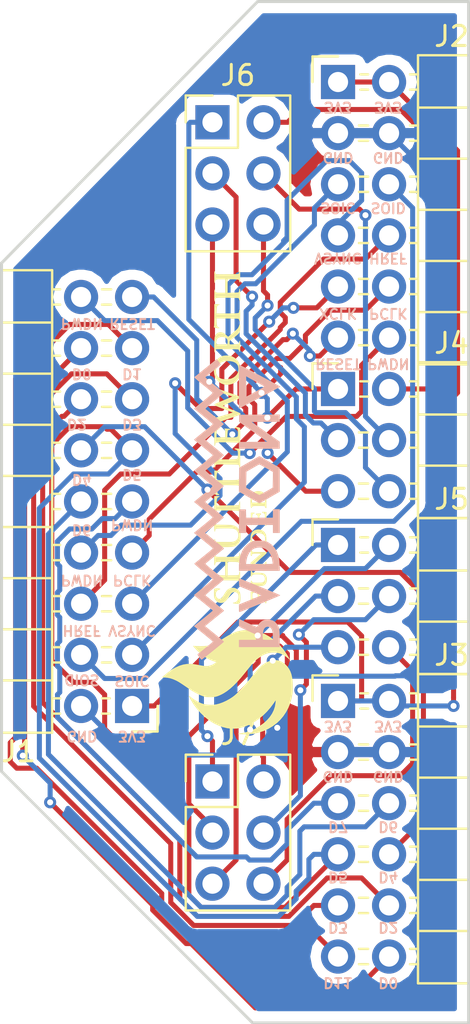
<source format=kicad_pcb>
(kicad_pcb (version 20171130) (host pcbnew "(5.0.0-rc2-164-ga99eeb44d)")
  (layers (0 F.Cu signal hide) (31 B.Cu signal hide) (34 B.Paste user hide) (35 F.Paste user hide) (36 B.SilkS user) (37 F.SilkS user) (38 B.Mask user) (39 F.Mask user) (44 Edge.Cuts user))
  (net 0 "")
  (net 1 3V3)
  (net 2 GND)
  (net 3 SIOC)
  (net 4 SIOD)
  (net 5 VSYNC)
  (net 6 HREF)
  (net 7 PCLK)
  (net 8 XCLK)
  (net 9 D7)
  (net 10 D6)
  (net 11 D5)
  (net 12 D4)
  (net 13 D3)
  (net 14 D2)
  (net 15 D1)
  (net 16 D0)
  (net 17 RESET)
  (net 18 PWDN)
  (net 19 "Net-(J4-Pad1)")
  (net 20 "Net-(J4-Pad2)")
  (net 21 "Net-(J4-Pad3)")
  (net 22 "Net-(J4-Pad4)")
  (net 23 "Net-(J4-Pad5)")
  (net 24 "Net-(J4-Pad6)")
  (net 25 "Net-(J5-Pad6)")
  (net 26 "Net-(J5-Pad5)")
  (net 27 "Net-(J5-Pad4)")
  (net 28 "Net-(J5-Pad3)")
  (net 29 "Net-(J5-Pad2)")
  (net 30 "Net-(J5-Pad1)")
  (module Connector_PinHeader_2.54mm:PinHeader_2x09_P2.54mm_Horizontal (layer F.Cu) (at 147 86.75 180)
    (fp_text reference J1 (at 5.655 -2.27 180) (layer F.SilkS))
    (fp_text value OV7670)
    (pad 1 thru_hole rect (at 0 0 180) (size 1.7 1.7) (drill 1) (layers *.Cu *.Mask) (net 1 3V3))
    (pad 2 thru_hole oval (at 2.54 0 180) (size 1.7 1.7) (drill 1) (layers *.Cu *.Mask) (net 2 GND))
    (pad 3 thru_hole oval (at 0 2.54 180) (size 1.7 1.7) (drill 1) (layers *.Cu *.Mask) (net 3 SIOC))
    (pad 4 thru_hole oval (at 2.54 2.54 180) (size 1.7 1.7) (drill 1) (layers *.Cu *.Mask) (net 4 SIOD))
    (pad 5 thru_hole oval (at 0 5.08 180) (size 1.7 1.7) (drill 1) (layers *.Cu *.Mask) (net 5 VSYNC))
    (pad 6 thru_hole oval (at 2.54 5.08 180) (size 1.7 1.7) (drill 1) (layers *.Cu *.Mask) (net 6 HREF))
    (pad 7 thru_hole oval (at 0 7.62 180) (size 1.7 1.7) (drill 1) (layers *.Cu *.Mask) (net 7 PCLK))
    (pad 8 thru_hole oval (at 2.54 7.62 180) (size 1.7 1.7) (drill 1) (layers *.Cu *.Mask) (net 8 XCLK))
    (pad 9 thru_hole oval (at 0 10.16 180) (size 1.7 1.7) (drill 1) (layers *.Cu *.Mask) (net 9 D7))
    (pad 10 thru_hole oval (at 2.54 10.16 180) (size 1.7 1.7) (drill 1) (layers *.Cu *.Mask) (net 10 D6))
    (pad 11 thru_hole oval (at 0 12.7 180) (size 1.7 1.7) (drill 1) (layers *.Cu *.Mask) (net 11 D5))
    (pad 12 thru_hole oval (at 2.54 12.7 180) (size 1.7 1.7) (drill 1) (layers *.Cu *.Mask) (net 12 D4))
    (pad 13 thru_hole oval (at 0 15.24 180) (size 1.7 1.7) (drill 1) (layers *.Cu *.Mask) (net 13 D3))
    (pad 14 thru_hole oval (at 2.54 15.24 180) (size 1.7 1.7) (drill 1) (layers *.Cu *.Mask) (net 14 D2))
    (pad 15 thru_hole oval (at 0 17.78 180) (size 1.7 1.7) (drill 1) (layers *.Cu *.Mask) (net 15 D1))
    (pad 16 thru_hole oval (at 2.54 17.78 180) (size 1.7 1.7) (drill 1) (layers *.Cu *.Mask) (net 16 D0))
    (pad 17 thru_hole oval (at 0 20.32 180) (size 1.7 1.7) (drill 1) (layers *.Cu *.Mask) (net 17 RESET))
    (pad 18 thru_hole oval (at 2.54 20.32 180) (size 1.7 1.7) (drill 1) (layers *.Cu *.Mask) (net 18 PWDN))
  )
  (module Connector_PinHeader_2.54mm:PinHeader_2x06_P2.54mm_Horizontal (layer F.Cu) (at 157.25 55.75)
    (fp_text reference J2 (at 5.655 -2.27) (layer F.SilkS))
    (fp_text value PMOD1)
    (pad 1 thru_hole rect (at 0 0) (size 1.7 1.7) (drill 1) (layers *.Cu *.Mask) (net 1 3V3))
    (pad 2 thru_hole oval (at 2.54 0) (size 1.7 1.7) (drill 1) (layers *.Cu *.Mask) (net 1 3V3))
    (pad 3 thru_hole oval (at 0 2.54) (size 1.7 1.7) (drill 1) (layers *.Cu *.Mask) (net 2 GND))
    (pad 4 thru_hole oval (at 2.54 2.54) (size 1.7 1.7) (drill 1) (layers *.Cu *.Mask) (net 2 GND))
    (pad 5 thru_hole oval (at 0 5.08) (size 1.7 1.7) (drill 1) (layers *.Cu *.Mask) (net 3 SIOC))
    (pad 6 thru_hole oval (at 2.54 5.08) (size 1.7 1.7) (drill 1) (layers *.Cu *.Mask) (net 4 SIOD))
    (pad 7 thru_hole oval (at 0 7.62) (size 1.7 1.7) (drill 1) (layers *.Cu *.Mask) (net 5 VSYNC))
    (pad 8 thru_hole oval (at 2.54 7.62) (size 1.7 1.7) (drill 1) (layers *.Cu *.Mask) (net 6 HREF))
    (pad 9 thru_hole oval (at 0 10.16) (size 1.7 1.7) (drill 1) (layers *.Cu *.Mask) (net 8 XCLK))
    (pad 10 thru_hole oval (at 2.54 10.16) (size 1.7 1.7) (drill 1) (layers *.Cu *.Mask) (net 7 PCLK))
    (pad 11 thru_hole oval (at 0 12.7) (size 1.7 1.7) (drill 1) (layers *.Cu *.Mask) (net 17 RESET))
    (pad 12 thru_hole oval (at 2.54 12.7) (size 1.7 1.7) (drill 1) (layers *.Cu *.Mask) (net 18 PWDN))
  )
  (module Connector_PinHeader_2.54mm:PinHeader_2x06_P2.54mm_Horizontal (layer F.Cu) (at 157.25 86.5)
    (fp_text reference J3 (at 5.655 -2.27) (layer F.SilkS))
    (fp_text value PMOD2)
    (pad 1 thru_hole rect (at 0 0) (size 1.7 1.7) (drill 1) (layers *.Cu *.Mask) (net 1 3V3))
    (pad 2 thru_hole oval (at 2.54 0) (size 1.7 1.7) (drill 1) (layers *.Cu *.Mask) (net 1 3V3))
    (pad 3 thru_hole oval (at 0 2.54) (size 1.7 1.7) (drill 1) (layers *.Cu *.Mask) (net 2 GND))
    (pad 4 thru_hole oval (at 2.54 2.54) (size 1.7 1.7) (drill 1) (layers *.Cu *.Mask) (net 2 GND))
    (pad 5 thru_hole oval (at 0 5.08) (size 1.7 1.7) (drill 1) (layers *.Cu *.Mask) (net 9 D7))
    (pad 6 thru_hole oval (at 2.54 5.08) (size 1.7 1.7) (drill 1) (layers *.Cu *.Mask) (net 10 D6))
    (pad 7 thru_hole oval (at 0 7.62) (size 1.7 1.7) (drill 1) (layers *.Cu *.Mask) (net 11 D5))
    (pad 8 thru_hole oval (at 2.54 7.62) (size 1.7 1.7) (drill 1) (layers *.Cu *.Mask) (net 12 D4))
    (pad 9 thru_hole oval (at 0 10.16) (size 1.7 1.7) (drill 1) (layers *.Cu *.Mask) (net 13 D3))
    (pad 10 thru_hole oval (at 2.54 10.16) (size 1.7 1.7) (drill 1) (layers *.Cu *.Mask) (net 14 D2))
    (pad 11 thru_hole oval (at 0 12.7) (size 1.7 1.7) (drill 1) (layers *.Cu *.Mask) (net 15 D1))
    (pad 12 thru_hole oval (at 2.54 12.7) (size 1.7 1.7) (drill 1) (layers *.Cu *.Mask) (net 16 D0))
  )
  (module Connector_PinHeader_2.54mm:PinHeader_2x03_P2.54mm_Horizontal (layer F.Cu) (at 157.25 71)
    (fp_text reference J4 (at 5.655 -2.27) (layer F.SilkS))
    (fp_text value PMOD1_EXT)
    (pad 1 thru_hole rect (at 0 0) (size 1.7 1.7) (drill 1) (layers *.Cu *.Mask) (net 19 "Net-(J4-Pad1)"))
    (pad 2 thru_hole oval (at 2.54 0) (size 1.7 1.7) (drill 1) (layers *.Cu *.Mask) (net 20 "Net-(J4-Pad2)"))
    (pad 3 thru_hole oval (at 0 2.54) (size 1.7 1.7) (drill 1) (layers *.Cu *.Mask) (net 21 "Net-(J4-Pad3)"))
    (pad 4 thru_hole oval (at 2.54 2.54) (size 1.7 1.7) (drill 1) (layers *.Cu *.Mask) (net 22 "Net-(J4-Pad4)"))
    (pad 5 thru_hole oval (at 0 5.08) (size 1.7 1.7) (drill 1) (layers *.Cu *.Mask) (net 23 "Net-(J4-Pad5)"))
    (pad 6 thru_hole oval (at 2.54 5.08) (size 1.7 1.7) (drill 1) (layers *.Cu *.Mask) (net 24 "Net-(J4-Pad6)"))
  )
  (module Connector_PinHeader_2.54mm:PinHeader_2x03_P2.54mm_Horizontal (layer F.Cu) (at 157.25 78.75)
    (fp_text reference J5 (at 5.655 -2.27) (layer F.SilkS))
    (fp_text value PMOD2_EXT)
    (pad 6 thru_hole oval (at 2.54 5.08) (size 1.7 1.7) (drill 1) (layers *.Cu *.Mask) (net 25 "Net-(J5-Pad6)"))
    (pad 5 thru_hole oval (at 0 5.08) (size 1.7 1.7) (drill 1) (layers *.Cu *.Mask) (net 26 "Net-(J5-Pad5)"))
    (pad 4 thru_hole oval (at 2.54 2.54) (size 1.7 1.7) (drill 1) (layers *.Cu *.Mask) (net 27 "Net-(J5-Pad4)"))
    (pad 3 thru_hole oval (at 0 2.54) (size 1.7 1.7) (drill 1) (layers *.Cu *.Mask) (net 28 "Net-(J5-Pad3)"))
    (pad 2 thru_hole oval (at 2.54 0) (size 1.7 1.7) (drill 1) (layers *.Cu *.Mask) (net 29 "Net-(J5-Pad2)"))
    (pad 1 thru_hole rect (at 0 0) (size 1.7 1.7) (drill 1) (layers *.Cu *.Mask) (net 30 "Net-(J5-Pad1)"))
  )
  (module Connector_PinHeader_2.54mm:PinHeader_2x03_P2.54mm_Vertical (layer F.Cu) (at 151 57.75)
    (fp_text reference J6 (at 1.27 -2.33) (layer F.SilkS))
    (fp_text value EXT1)
    (pad 1 thru_hole rect (at 0 0) (size 1.7 1.7) (drill 1) (layers *.Cu *.Mask) (net 19 "Net-(J4-Pad1)"))
    (pad 2 thru_hole oval (at 2.54 0) (size 1.7 1.7) (drill 1) (layers *.Cu *.Mask) (net 20 "Net-(J4-Pad2)"))
    (pad 3 thru_hole oval (at 0 2.54) (size 1.7 1.7) (drill 1) (layers *.Cu *.Mask) (net 21 "Net-(J4-Pad3)"))
    (pad 4 thru_hole oval (at 2.54 2.54) (size 1.7 1.7) (drill 1) (layers *.Cu *.Mask) (net 22 "Net-(J4-Pad4)"))
    (pad 5 thru_hole oval (at 0 5.08) (size 1.7 1.7) (drill 1) (layers *.Cu *.Mask) (net 23 "Net-(J4-Pad5)"))
    (pad 6 thru_hole oval (at 2.54 5.08) (size 1.7 1.7) (drill 1) (layers *.Cu *.Mask) (net 24 "Net-(J4-Pad6)"))
  )
  (module Connector_PinHeader_2.54mm:PinHeader_2x03_P2.54mm_Vertical (layer F.Cu) (at 151 90.5)
    (fp_text reference J7 (at 1.27 -2.33) (layer F.SilkS))
    (fp_text value EXT2)
    (pad 6 thru_hole oval (at 2.54 5.08) (size 1.7 1.7) (drill 1) (layers *.Cu *.Mask) (net 25 "Net-(J5-Pad6)"))
    (pad 5 thru_hole oval (at 0 5.08) (size 1.7 1.7) (drill 1) (layers *.Cu *.Mask) (net 26 "Net-(J5-Pad5)"))
    (pad 4 thru_hole oval (at 2.54 2.54) (size 1.7 1.7) (drill 1) (layers *.Cu *.Mask) (net 27 "Net-(J5-Pad4)"))
    (pad 3 thru_hole oval (at 0 2.54) (size 1.7 1.7) (drill 1) (layers *.Cu *.Mask) (net 28 "Net-(J5-Pad3)"))
    (pad 2 thru_hole oval (at 2.54 0) (size 1.7 1.7) (drill 1) (layers *.Cu *.Mask) (net 29 "Net-(J5-Pad2)"))
    (pad 1 thru_hole rect (at 0 0) (size 1.7 1.7) (drill 1) (layers *.Cu *.Mask) (net 30 "Net-(J5-Pad1)"))
  )
  (module parts:shutleworth (layer F.Cu) (at 151.75 76.75 90)
    (fp_text reference "" hide)
    (fp_text value LOGO hide)
  )
  (module parts:radiona (layer B.Cu) (at 152.25 77 90)
    (fp_text reference G*** hide)
    (fp_text value LOGO hide)
  )
  (gr_text PWDN (at 159.75 69.75 180) (layer B.SilkS) (effects (font (size 0.5 0.5) (thickness 0.1)) (justify mirror)))
  (gr_text RESET (at 157.25 69.75 180) (layer B.SilkS) (effects (font (size 0.5 0.5) (thickness 0.1)) (justify mirror)))
  (gr_text PCLK (at 159.75 67.25 180) (layer B.SilkS) (effects (font (size 0.5 0.5) (thickness 0.1)) (justify mirror)))
  (gr_text XCLK (at 157.25 67.25 180) (layer B.SilkS) (effects (font (size 0.5 0.5) (thickness 0.1)) (justify mirror)))
  (gr_text HREF (at 159.75 64.5 180) (layer B.SilkS) (effects (font (size 0.5 0.5) (thickness 0.1)) (justify mirror)))
  (gr_text VSYNC (at 157.25 64.5 180) (layer B.SilkS) (effects (font (size 0.5 0.5) (thickness 0.1)) (justify mirror)))
  (gr_text SOID (at 159.75 62 180) (layer B.SilkS) (effects (font (size 0.5 0.5) (thickness 0.1)) (justify mirror)))
  (gr_text SOIC (at 157.25 62 180) (layer B.SilkS) (effects (font (size 0.5 0.5) (thickness 0.1)) (justify mirror)))
  (gr_text GND (at 159.75 59.5 180) (layer B.SilkS) (effects (font (size 0.5 0.5) (thickness 0.1)) (justify mirror)))
  (gr_text GND (at 157.25 59.5 180) (layer B.SilkS) (effects (font (size 0.5 0.5) (thickness 0.1)) (justify mirror)))
  (gr_text 3V3 (at 157.25 57 180) (layer B.SilkS) (effects (font (size 0.5 0.5) (thickness 0.1)) (justify mirror)))
  (gr_text 3V3 (at 159.75 57 180) (layer B.SilkS) (effects (font (size 0.5 0.5) (thickness 0.1)) (justify mirror)))
  (gr_text D11 (at 157.25 100.5 180) (layer B.SilkS) (effects (font (size 0.5 0.5) (thickness 0.1)) (justify mirror)))
  (gr_text D0 (at 159.75 100.5 180) (layer B.SilkS) (effects (font (size 0.5 0.5) (thickness 0.1)) (justify mirror)))
  (gr_text D2 (at 159.75 97.75 180) (layer B.SilkS) (effects (font (size 0.5 0.5) (thickness 0.1)) (justify mirror)))
  (gr_text D3 (at 157.25 97.75 180) (layer B.SilkS) (effects (font (size 0.5 0.5) (thickness 0.1)) (justify mirror)))
  (gr_text D5 (at 157.25 95.25 180) (layer B.SilkS) (effects (font (size 0.5 0.5) (thickness 0.1)) (justify mirror)))
  (gr_text D4 (at 159.75 95.25 180) (layer B.SilkS) (effects (font (size 0.5 0.5) (thickness 0.1)) (justify mirror)))
  (gr_text D6 (at 159.75 92.75 180) (layer B.SilkS) (effects (font (size 0.5 0.5) (thickness 0.1)) (justify mirror)))
  (gr_text D7 (at 157.25 92.75 180) (layer B.SilkS) (effects (font (size 0.5 0.5) (thickness 0.1)) (justify mirror)))
  (gr_text GND (at 157.25 90.25 180) (layer B.SilkS) (effects (font (size 0.5 0.5) (thickness 0.1)) (justify mirror)))
  (gr_text GND (at 159.75 90.25 180) (layer B.SilkS) (effects (font (size 0.5 0.5) (thickness 0.1)) (justify mirror)))
  (gr_text 3V3 (at 157.25 87.75 180) (layer B.SilkS) (effects (font (size 0.5 0.5) (thickness 0.1)) (justify mirror)))
  (gr_text 3V3 (at 159.75 87.75 180) (layer B.SilkS) (effects (font (size 0.5 0.5) (thickness 0.1)) (justify mirror)))
  (gr_text 3V3 (at 147 88.25 180) (layer B.SilkS) (effects (font (size 0.5 0.5) (thickness 0.1)) (justify mirror)))
  (gr_text PCLK (at 147 80.5 180) (layer B.SilkS) (effects (font (size 0.5 0.5) (thickness 0.1)) (justify mirror)))
  (gr_text VSYNC (at 147 83 180) (layer B.SilkS) (effects (font (size 0.5 0.5) (thickness 0.1)) (justify mirror)))
  (gr_text PWDN (at 147 77.75 180) (layer B.SilkS) (effects (font (size 0.5 0.5) (thickness 0.1)) (justify mirror)))
  (gr_text D5 (at 147 75.25 180) (layer B.SilkS) (effects (font (size 0.5 0.5) (thickness 0.1)) (justify mirror)))
  (gr_text D3 (at 147 72.75 180) (layer B.SilkS) (effects (font (size 0.5 0.5) (thickness 0.1)) (justify mirror)))
  (gr_text D1 (at 147 70.25 180) (layer B.SilkS) (effects (font (size 0.5 0.5) (thickness 0.1)) (justify mirror)))
  (gr_text GND (at 144.5 88.25 180) (layer B.SilkS) (effects (font (size 0.5 0.5) (thickness 0.1)) (justify mirror)))
  (gr_text HREF (at 144.5 83 180) (layer B.SilkS) (effects (font (size 0.5 0.5) (thickness 0.1)) (justify mirror)))
  (gr_text PWDN (at 144.5 80.5 180) (layer B.SilkS) (effects (font (size 0.5 0.5) (thickness 0.1)) (justify mirror)))
  (gr_text D6 (at 144.5 78 180) (layer B.SilkS) (effects (font (size 0.5 0.5) (thickness 0.1)) (justify mirror)))
  (gr_text D4 (at 144.5 75.5 180) (layer B.SilkS) (effects (font (size 0.5 0.5) (thickness 0.1)) (justify mirror)))
  (gr_text D2 (at 144.25 72.75 180) (layer B.SilkS) (effects (font (size 0.5 0.5) (thickness 0.1)) (justify mirror)))
  (gr_text D0 (at 144.5 70.25 180) (layer B.SilkS) (effects (font (size 0.5 0.5) (thickness 0.1)) (justify mirror)))
  (gr_text PWDN (at 144.5 67.75 180) (layer B.SilkS) (effects (font (size 0.5 0.5) (thickness 0.1)) (justify mirror)))
  (gr_text RESET (at 147 67.75 180) (layer B.SilkS) (effects (font (size 0.5 0.5) (thickness 0.1)) (justify mirror)))
  (gr_text SOIC (at 147 85.5 180) (layer B.SilkS) (effects (font (size 0.5 0.5) (thickness 0.1)) (justify mirror)))
  (gr_text SOID (at 144.5 85.5) (layer B.SilkS) (effects (font (size 0.5 0.5) (thickness 0.1)) (justify mirror)))
  (gr_line (start 153.25 51.75) (end 140.5 64.75) (layer Edge.Cuts) (width 0.15))
  (gr_line (start 163.75 51.75) (end 153.25 51.75) (layer Edge.Cuts) (width 0.15))
  (gr_line (start 163.75 102.5) (end 163.75 51.75) (layer Edge.Cuts) (width 0.15))
  (gr_line (start 153 102.5) (end 163.75 102.5) (layer Edge.Cuts) (width 0.15))
  (gr_line (start 140.5 90) (end 153 102.5) (layer Edge.Cuts) (width 0.15))
  (gr_line (start 140.5 88.5) (end 140.5 90) (layer Edge.Cuts) (width 0.15))
  (gr_line (start 140.5 64.75) (end 140.5 88.5) (layer Edge.Cuts) (width 0.15))
  (segment (start 148.1 86.75) (end 147 86.75) (width 0.25) (layer F.Cu) (net 1))
  (segment (start 152.270011 82.579989) (end 148.1 86.75) (width 0.25) (layer F.Cu) (net 1))
  (segment (start 158.425001 83.265999) (end 157.738991 82.579989) (width 0.25) (layer F.Cu) (net 1))
  (segment (start 157.738991 82.579989) (end 152.270011 82.579989) (width 0.25) (layer F.Cu) (net 1))
  (segment (start 158.425001 86.424999) (end 158.425001 83.265999) (width 0.25) (layer F.Cu) (net 1))
  (segment (start 158.35 86.5) (end 158.425001 86.424999) (width 0.25) (layer F.Cu) (net 1))
  (segment (start 157.25 86.5) (end 158.35 86.5) (width 0.25) (layer F.Cu) (net 1))
  (segment (start 157.25 55.75) (end 159.79 55.75) (width 0.25) (layer F.Cu) (net 1))
  (via (at 163 86.75) (size 0.6) (drill 0.3) (layers F.Cu B.Cu) (net 1))
  (segment (start 160.04 86.75) (end 159.79 86.5) (width 0.25) (layer B.Cu) (net 1))
  (segment (start 163 86.75) (end 160.04 86.75) (width 0.25) (layer B.Cu) (net 1))
  (segment (start 163.200011 59.160011) (end 163.200011 71.1864) (width 0.25) (layer F.Cu) (net 1))
  (segment (start 163.200011 71.1864) (end 163 71.386411) (width 0.25) (layer F.Cu) (net 1))
  (segment (start 159.79 55.75) (end 163.200011 59.160011) (width 0.25) (layer F.Cu) (net 1))
  (segment (start 163 71.386411) (end 163 86.325736) (width 0.25) (layer F.Cu) (net 1))
  (segment (start 163 86.325736) (end 163 86.75) (width 0.25) (layer F.Cu) (net 1))
  (segment (start 159.79 86.5) (end 157.25 86.5) (width 0.25) (layer B.Cu) (net 1))
  (segment (start 152.868901 89.190001) (end 146.900001 89.190001) (width 0.25) (layer B.Cu) (net 2))
  (segment (start 154.225001 87.833901) (end 152.868901 89.190001) (width 0.25) (layer B.Cu) (net 2))
  (segment (start 146.900001 89.190001) (end 145.309999 87.599999) (width 0.25) (layer B.Cu) (net 2))
  (segment (start 145.309999 87.599999) (end 144.46 86.75) (width 0.25) (layer B.Cu) (net 2))
  (segment (start 159.79 89.04) (end 157.25 89.04) (width 0.25) (layer F.Cu) (net 2))
  (segment (start 155.4311 89.04) (end 154.225001 87.833901) (width 0.25) (layer F.Cu) (net 2))
  (segment (start 157.25 89.04) (end 155.4311 89.04) (width 0.25) (layer F.Cu) (net 2))
  (via (at 154.225001 87.833901) (size 0.6) (drill 0.3) (layers F.Cu B.Cu) (net 2))
  (segment (start 157.25 58.29) (end 159.79 58.29) (width 0.25) (layer F.Cu) (net 2))
  (segment (start 154.225001 87.833901) (end 154.225001 85.901999) (width 0.25) (layer B.Cu) (net 2))
  (segment (start 154.225001 85.901999) (end 154.856349 85.270651) (width 0.25) (layer B.Cu) (net 2))
  (segment (start 154.856349 85.270651) (end 160.088351 85.270651) (width 0.25) (layer B.Cu) (net 2))
  (segment (start 162 60.5) (end 159.79 58.29) (width 0.25) (layer B.Cu) (net 2))
  (segment (start 160.088351 85.270651) (end 160.109002 85.25) (width 0.25) (layer B.Cu) (net 2))
  (segment (start 160.109002 85.25) (end 162 85.25) (width 0.25) (layer B.Cu) (net 2))
  (segment (start 162 85.25) (end 162 60.5) (width 0.25) (layer B.Cu) (net 2))
  (segment (start 157.25 60.83) (end 156.074999 62.005001) (width 0.25) (layer B.Cu) (net 3))
  (segment (start 156.074999 62.005001) (end 156.074999 62.851999) (width 0.25) (layer B.Cu) (net 3))
  (segment (start 156.074999 62.851999) (end 153.152 65.774998) (width 0.25) (layer B.Cu) (net 3))
  (segment (start 153.152 65.774998) (end 152.615613 65.774998) (width 0.25) (layer B.Cu) (net 3))
  (segment (start 152.615613 65.774998) (end 152.224976 66.165635) (width 0.25) (layer B.Cu) (net 3))
  (segment (start 147.849999 83.360001) (end 147 84.21) (width 0.25) (layer B.Cu) (net 3))
  (segment (start 152.224976 66.165635) (end 152.224976 68.445136) (width 0.25) (layer B.Cu) (net 3))
  (segment (start 152.224976 68.445136) (end 155.174977 71.395137) (width 0.25) (layer B.Cu) (net 3))
  (segment (start 155.575047 75.634953) (end 147.849999 83.360001) (width 0.25) (layer B.Cu) (net 3))
  (segment (start 155.575047 72.88287) (end 155.575047 75.634953) (width 0.25) (layer B.Cu) (net 3))
  (segment (start 155.174977 72.4828) (end 155.575047 72.88287) (width 0.25) (layer B.Cu) (net 3))
  (segment (start 155.174977 71.395137) (end 155.174977 72.4828) (width 0.25) (layer B.Cu) (net 3))
  (segment (start 147.614999 85.385001) (end 145.635001 85.385001) (width 0.25) (layer B.Cu) (net 4))
  (segment (start 145.635001 85.385001) (end 145.309999 85.059999) (width 0.25) (layer B.Cu) (net 4))
  (segment (start 155.425001 77.574999) (end 147.614999 85.385001) (width 0.25) (layer B.Cu) (net 4))
  (segment (start 145.309999 85.059999) (end 144.46 84.21) (width 0.25) (layer B.Cu) (net 4))
  (segment (start 160.034003 77.574999) (end 155.425001 77.574999) (width 0.25) (layer B.Cu) (net 4))
  (segment (start 160.965001 76.644001) (end 160.034003 77.574999) (width 0.25) (layer B.Cu) (net 4))
  (segment (start 160.965001 62.005001) (end 160.965001 76.644001) (width 0.25) (layer B.Cu) (net 4))
  (segment (start 159.79 60.83) (end 160.965001 62.005001) (width 0.25) (layer B.Cu) (net 4))
  (segment (start 154.715001 63.575586) (end 154.540587 63.75) (width 0.25) (layer B.Cu) (net 5))
  (segment (start 154.540587 63.75) (end 152.9656 65.324987) (width 0.25) (layer B.Cu) (net 5))
  (segment (start 152.9656 65.324987) (end 152.280588 65.324987) (width 0.25) (layer B.Cu) (net 5))
  (segment (start 152.280588 65.324987) (end 151.774965 65.83061) (width 0.25) (layer B.Cu) (net 5))
  (segment (start 151.774965 65.83061) (end 151.774965 68.642824) (width 0.25) (layer B.Cu) (net 5))
  (segment (start 151.774965 68.642824) (end 154.724966 71.592825) (width 0.25) (layer B.Cu) (net 5))
  (segment (start 154.724966 71.592825) (end 154.724966 74.124947) (width 0.25) (layer B.Cu) (net 5))
  (segment (start 154.724966 74.124947) (end 154.044247 74.805666) (width 0.25) (layer B.Cu) (net 5))
  (segment (start 154.044247 74.805666) (end 153.864335 74.805666) (width 0.25) (layer B.Cu) (net 5))
  (segment (start 147.849999 80.820001) (end 147 81.67) (width 0.25) (layer B.Cu) (net 5))
  (segment (start 153.864335 74.805666) (end 147.849999 80.820001) (width 0.25) (layer B.Cu) (net 5))
  (segment (start 157.25 63.37) (end 157.25 62.804996) (width 0.25) (layer B.Cu) (net 5))
  (segment (start 157.25 62.804996) (end 158.425001 61.629995) (width 0.25) (layer B.Cu) (net 5))
  (segment (start 154.715001 61.625997) (end 154.715001 63.465001) (width 0.25) (layer B.Cu) (net 5))
  (segment (start 154.715001 63.465001) (end 154.540587 63.639415) (width 0.25) (layer B.Cu) (net 5))
  (segment (start 154.540587 63.639415) (end 154.540587 63.75) (width 0.25) (layer B.Cu) (net 5))
  (segment (start 157.814001 59.654999) (end 156.685999 59.654999) (width 0.25) (layer B.Cu) (net 5))
  (segment (start 156.685999 59.654999) (end 154.715001 61.625997) (width 0.25) (layer B.Cu) (net 5))
  (segment (start 158.425001 60.265999) (end 157.814001 59.654999) (width 0.25) (layer B.Cu) (net 5))
  (segment (start 158.425001 61.629995) (end 158.425001 60.265999) (width 0.25) (layer B.Cu) (net 5))
  (segment (start 154.374998 66.699998) (end 154.374998 67.199996) (width 0.25) (layer F.Cu) (net 6))
  (segment (start 154.374998 67.199996) (end 154.625001 67.449999) (width 0.25) (layer F.Cu) (net 6))
  (segment (start 154.374999 68.044355) (end 151.9175 70.501854) (width 0.25) (layer F.Cu) (net 6))
  (segment (start 151.667498 72.4075) (end 148.849997 75.225001) (width 0.25) (layer F.Cu) (net 6))
  (segment (start 148.849997 75.225001) (end 146.435999 75.225001) (width 0.25) (layer F.Cu) (net 6))
  (segment (start 145.635001 76.025999) (end 145.635001 80.494999) (width 0.25) (layer F.Cu) (net 6))
  (segment (start 156.529995 64.545001) (end 154.374998 66.699998) (width 0.25) (layer F.Cu) (net 6))
  (segment (start 145.309999 80.820001) (end 144.46 81.67) (width 0.25) (layer F.Cu) (net 6))
  (segment (start 158.614999 64.545001) (end 156.529995 64.545001) (width 0.25) (layer F.Cu) (net 6))
  (segment (start 159.79 63.37) (end 158.614999 64.545001) (width 0.25) (layer F.Cu) (net 6))
  (segment (start 151.9175 70.501854) (end 151.9175 72.4075) (width 0.25) (layer F.Cu) (net 6))
  (segment (start 151.9175 72.4075) (end 151.667498 72.4075) (width 0.25) (layer F.Cu) (net 6))
  (segment (start 145.635001 80.494999) (end 145.309999 80.820001) (width 0.25) (layer F.Cu) (net 6))
  (segment (start 146.435999 75.225001) (end 145.635001 76.025999) (width 0.25) (layer F.Cu) (net 6))
  (segment (start 154.374999 67.949999) (end 154.374999 68.044355) (width 0.25) (layer F.Cu) (net 6))
  (segment (start 154.625001 67.699997) (end 154.374999 67.949999) (width 0.25) (layer F.Cu) (net 6))
  (segment (start 154.625001 67.449999) (end 154.625001 67.699997) (width 0.25) (layer F.Cu) (net 6))
  (segment (start 156.875997 67.085001) (end 155.625001 68.335997) (width 0.25) (layer F.Cu) (net 7))
  (segment (start 155.625001 68.335997) (end 155.625001 68.703585) (width 0.25) (layer F.Cu) (net 7))
  (segment (start 155.625001 68.703585) (end 154.843994 69.484592) (width 0.25) (layer F.Cu) (net 7))
  (segment (start 152.817522 71.494283) (end 153.105801 71.782562) (width 0.25) (layer F.Cu) (net 7))
  (segment (start 150.199999 75.124999) (end 147.849999 77.474999) (width 0.25) (layer F.Cu) (net 7))
  (segment (start 151.005001 75.124999) (end 150.199999 75.124999) (width 0.25) (layer F.Cu) (net 7))
  (segment (start 147.849999 77.474999) (end 147.849999 78.280001) (width 0.25) (layer F.Cu) (net 7))
  (segment (start 147.849999 78.280001) (end 147 79.13) (width 0.25) (layer F.Cu) (net 7))
  (segment (start 158.614999 67.085001) (end 156.875997 67.085001) (width 0.25) (layer F.Cu) (net 7))
  (segment (start 159.79 65.91) (end 158.614999 67.085001) (width 0.25) (layer F.Cu) (net 7))
  (segment (start 153.105801 71.782562) (end 153.105801 73.024199) (width 0.25) (layer F.Cu) (net 7))
  (segment (start 153.105801 73.024199) (end 151.005001 75.124999) (width 0.25) (layer F.Cu) (net 7))
  (segment (start 152.817522 70.874654) (end 152.817522 71.494283) (width 0.25) (layer F.Cu) (net 7))
  (segment (start 154.207584 69.484592) (end 152.817522 70.874654) (width 0.25) (layer F.Cu) (net 7))
  (segment (start 154.843994 69.484592) (end 154.207584 69.484592) (width 0.25) (layer F.Cu) (net 7))
  (via (at 155.029454 66.970554) (size 0.6) (drill 0.3) (layers F.Cu B.Cu) (net 8))
  (segment (start 157.25 65.91) (end 156.189446 66.970554) (width 0.25) (layer F.Cu) (net 8))
  (segment (start 156.189446 66.970554) (end 155.453718 66.970554) (width 0.25) (layer F.Cu) (net 8))
  (segment (start 155.453718 66.970554) (end 155.029454 66.970554) (width 0.25) (layer F.Cu) (net 8))
  (via (at 153.823519 67.655877) (size 0.6) (drill 0.3) (layers F.Cu B.Cu) (net 8))
  (segment (start 155.029454 66.970554) (end 154.508842 66.970554) (width 0.25) (layer B.Cu) (net 8))
  (segment (start 154.123518 67.355878) (end 153.823519 67.655877) (width 0.25) (layer B.Cu) (net 8))
  (segment (start 154.508842 66.970554) (end 154.123518 67.355878) (width 0.25) (layer B.Cu) (net 8))
  (via (at 149.142463 70.717) (size 0.6) (drill 0.3) (layers F.Cu B.Cu) (net 8))
  (segment (start 150.396667 71.971204) (end 149.142463 70.717) (width 0.25) (layer F.Cu) (net 8))
  (segment (start 151.467489 71.971204) (end 150.396667 71.971204) (width 0.25) (layer F.Cu) (net 8))
  (segment (start 151.467489 70.011907) (end 151.467489 71.971204) (width 0.25) (layer F.Cu) (net 8))
  (segment (start 153.823519 67.655877) (end 151.467489 70.011907) (width 0.25) (layer F.Cu) (net 8))
  (segment (start 145.94641 78.280001) (end 146.46141 77.765001) (width 0.25) (layer B.Cu) (net 8))
  (segment (start 146.46141 77.765001) (end 149.910003 77.765001) (width 0.25) (layer B.Cu) (net 8))
  (segment (start 151.375002 76.300002) (end 151.375002 75.449998) (width 0.25) (layer B.Cu) (net 8))
  (segment (start 149.142463 73.217459) (end 149.142463 71.141264) (width 0.25) (layer B.Cu) (net 8))
  (segment (start 144.46 79.13) (end 145.309999 78.280001) (width 0.25) (layer B.Cu) (net 8))
  (segment (start 149.142463 71.141264) (end 149.142463 70.717) (width 0.25) (layer B.Cu) (net 8))
  (segment (start 145.309999 78.280001) (end 145.94641 78.280001) (width 0.25) (layer B.Cu) (net 8))
  (segment (start 151.375002 75.449998) (end 149.142463 73.217459) (width 0.25) (layer B.Cu) (net 8))
  (segment (start 149.910003 77.765001) (end 151.375002 76.300002) (width 0.25) (layer B.Cu) (net 8))
  (segment (start 143.284999 86.185999) (end 143.400022 86.070976) (width 0.25) (layer B.Cu) (net 9))
  (segment (start 144.998591 77.954999) (end 145.513591 77.439999) (width 0.25) (layer B.Cu) (net 9))
  (segment (start 145.513591 77.439999) (end 146.150001 77.439999) (width 0.25) (layer B.Cu) (net 9))
  (segment (start 143.284999 87.314001) (end 143.284999 86.185999) (width 0.25) (layer B.Cu) (net 9))
  (segment (start 143.284999 84.774001) (end 143.284999 83.645999) (width 0.25) (layer B.Cu) (net 9))
  (segment (start 143.400022 84.889024) (end 143.284999 84.774001) (width 0.25) (layer B.Cu) (net 9))
  (segment (start 143.400022 86.070976) (end 143.400022 84.889024) (width 0.25) (layer B.Cu) (net 9))
  (segment (start 143.400022 83.530976) (end 143.400022 82.349024) (width 0.25) (layer B.Cu) (net 9))
  (segment (start 143.400022 80.990976) (end 143.400022 79.809024) (width 0.25) (layer B.Cu) (net 9))
  (segment (start 143.284999 81.105999) (end 143.400022 80.990976) (width 0.25) (layer B.Cu) (net 9))
  (segment (start 143.284999 79.694001) (end 143.284999 78.565999) (width 0.25) (layer B.Cu) (net 9))
  (segment (start 143.400022 79.809024) (end 143.284999 79.694001) (width 0.25) (layer B.Cu) (net 9))
  (segment (start 146.150001 77.439999) (end 147 76.59) (width 0.25) (layer B.Cu) (net 9))
  (segment (start 143.284999 82.234001) (end 143.284999 81.105999) (width 0.25) (layer B.Cu) (net 9))
  (segment (start 143.400022 82.349024) (end 143.284999 82.234001) (width 0.25) (layer B.Cu) (net 9))
  (segment (start 143.284999 78.565999) (end 143.895999 77.954999) (width 0.25) (layer B.Cu) (net 9))
  (segment (start 143.895999 77.954999) (end 144.998591 77.954999) (width 0.25) (layer B.Cu) (net 9))
  (segment (start 143.284999 83.645999) (end 143.400022 83.530976) (width 0.25) (layer B.Cu) (net 9))
  (segment (start 153.914003 94.404999) (end 152.845001 94.404999) (width 0.25) (layer B.Cu) (net 9))
  (segment (start 154.715001 93.604001) (end 153.914003 94.404999) (width 0.25) (layer B.Cu) (net 9))
  (segment (start 154.715001 92.912918) (end 154.715001 93.604001) (width 0.25) (layer B.Cu) (net 9))
  (segment (start 157.25 91.58) (end 156.047919 91.58) (width 0.25) (layer B.Cu) (net 9))
  (segment (start 156.047919 91.58) (end 154.715001 92.912918) (width 0.25) (layer B.Cu) (net 9))
  (segment (start 152.845001 94.404999) (end 152.690002 94.25) (width 0.25) (layer B.Cu) (net 9))
  (segment (start 150.220998 94.25) (end 149.970998 94) (width 0.25) (layer B.Cu) (net 9))
  (segment (start 152.690002 94.25) (end 150.220998 94.25) (width 0.25) (layer B.Cu) (net 9))
  (segment (start 150.185999 94.215001) (end 149.970998 94) (width 0.25) (layer B.Cu) (net 9))
  (segment (start 149.970998 94) (end 143.284999 87.314001) (width 0.25) (layer B.Cu) (net 9))
  (segment (start 142.834988 78.215012) (end 143.610001 77.439999) (width 0.25) (layer B.Cu) (net 10))
  (segment (start 150.435999 96.755001) (end 142.834988 89.15399) (width 0.25) (layer B.Cu) (net 10))
  (segment (start 143.610001 77.439999) (end 144.46 76.59) (width 0.25) (layer B.Cu) (net 10))
  (segment (start 154.104001 96.755001) (end 150.435999 96.755001) (width 0.25) (layer B.Cu) (net 10))
  (segment (start 158.614999 92.755001) (end 155.564001 92.755001) (width 0.25) (layer B.Cu) (net 10))
  (segment (start 159.79 91.58) (end 158.614999 92.755001) (width 0.25) (layer B.Cu) (net 10))
  (segment (start 155.34998 92.969022) (end 155.34998 95.1272) (width 0.25) (layer B.Cu) (net 10))
  (segment (start 154.715001 95.762178) (end 154.715001 96.144001) (width 0.25) (layer B.Cu) (net 10))
  (segment (start 154.715001 96.144001) (end 154.104001 96.755001) (width 0.25) (layer B.Cu) (net 10))
  (segment (start 142.834988 89.15399) (end 142.834988 78.215012) (width 0.25) (layer B.Cu) (net 10))
  (segment (start 155.564001 92.755001) (end 155.34998 92.969022) (width 0.25) (layer B.Cu) (net 10))
  (segment (start 155.34998 95.1272) (end 154.715001 95.762178) (width 0.25) (layer B.Cu) (net 10))
  (segment (start 145.824999 72.874999) (end 145.85 72.900001) (width 0.25) (layer F.Cu) (net 11))
  (segment (start 145.75 72.874999) (end 145.824999 72.874999) (width 0.25) (layer F.Cu) (net 11))
  (segment (start 145.75 72.874999) (end 145.75 73) (width 0.25) (layer F.Cu) (net 11))
  (segment (start 145.95 73) (end 147 74.05) (width 0.25) (layer F.Cu) (net 11))
  (segment (start 145.75 73) (end 145.95 73) (width 0.25) (layer F.Cu) (net 11))
  (segment (start 147 74.05) (end 145.824999 75.225001) (width 0.25) (layer B.Cu) (net 11))
  (segment (start 145.824999 75.225001) (end 144.085997 75.225001) (width 0.25) (layer B.Cu) (net 11))
  (segment (start 154.614999 96.755001) (end 157.25 94.12) (width 0.25) (layer F.Cu) (net 11))
  (segment (start 150.435999 96.755001) (end 154.614999 96.755001) (width 0.25) (layer F.Cu) (net 11))
  (segment (start 149.824999 96.144001) (end 150.435999 96.755001) (width 0.25) (layer F.Cu) (net 11))
  (segment (start 149.824999 92.246412) (end 149.824999 96.144001) (width 0.25) (layer F.Cu) (net 11))
  (segment (start 149.374988 91.796401) (end 149.824999 92.246412) (width 0.25) (layer F.Cu) (net 11))
  (segment (start 149.374988 91.624988) (end 149.374988 91.796401) (width 0.25) (layer F.Cu) (net 11))
  (segment (start 145.635001 87.885001) (end 149.374988 91.624988) (width 0.25) (layer F.Cu) (net 11))
  (segment (start 145.635001 86.185999) (end 145.635001 87.885001) (width 0.25) (layer F.Cu) (net 11))
  (segment (start 145.024001 85.574999) (end 145.635001 86.185999) (width 0.25) (layer F.Cu) (net 11))
  (segment (start 143 84.489002) (end 144.085997 85.574999) (width 0.25) (layer F.Cu) (net 11))
  (segment (start 145.75 72.874999) (end 143.895999 72.874999) (width 0.25) (layer F.Cu) (net 11))
  (segment (start 143.895999 72.874999) (end 143 73.770998) (width 0.25) (layer F.Cu) (net 11))
  (segment (start 143 73.770998) (end 143 84.489002) (width 0.25) (layer F.Cu) (net 11))
  (segment (start 144.085997 85.574999) (end 145.024001 85.574999) (width 0.25) (layer F.Cu) (net 11))
  (segment (start 150.249599 97.205011) (end 154.290402 97.20501) (width 0.25) (layer B.Cu) (net 11))
  (segment (start 154.290402 97.20501) (end 155.165011 96.330401) (width 0.25) (layer B.Cu) (net 11))
  (segment (start 155.165011 96.330401) (end 155.165011 95.948577) (width 0.25) (layer B.Cu) (net 11))
  (segment (start 155.165011 95.948577) (end 155.79999 95.3136) (width 0.25) (layer B.Cu) (net 11))
  (segment (start 155.79999 94.367929) (end 156.047919 94.12) (width 0.25) (layer B.Cu) (net 11))
  (segment (start 155.79999 95.3136) (end 155.79999 94.367929) (width 0.25) (layer B.Cu) (net 11))
  (segment (start 142.384977 89.34039) (end 150.249599 97.205011) (width 0.25) (layer B.Cu) (net 11))
  (segment (start 142.384977 76.926021) (end 142.384977 89.34039) (width 0.25) (layer B.Cu) (net 11))
  (segment (start 144.085997 75.225001) (end 142.384977 76.926021) (width 0.25) (layer B.Cu) (net 11))
  (segment (start 156.047919 94.12) (end 157.25 94.12) (width 0.25) (layer B.Cu) (net 11))
  (via (at 150.75 76) (size 0.6) (drill 0.3) (layers F.Cu B.Cu) (net 12))
  (segment (start 147.624999 72.874999) (end 150.75 76) (width 0.25) (layer B.Cu) (net 12))
  (segment (start 145.635001 72.874999) (end 147.624999 72.874999) (width 0.25) (layer B.Cu) (net 12))
  (segment (start 144.46 74.05) (end 145.635001 72.874999) (width 0.25) (layer B.Cu) (net 12))
  (segment (start 160.354001 80.114999) (end 161.5 81.260998) (width 0.25) (layer F.Cu) (net 12))
  (segment (start 150.75 76) (end 154.864999 80.114999) (width 0.25) (layer F.Cu) (net 12))
  (segment (start 154.864999 80.114999) (end 160.354001 80.114999) (width 0.25) (layer F.Cu) (net 12))
  (segment (start 161.5 92.41) (end 159.79 94.12) (width 0.25) (layer F.Cu) (net 12))
  (segment (start 161.5 81.260998) (end 161.5 92.41) (width 0.25) (layer F.Cu) (net 12))
  (segment (start 142.099978 86.765391) (end 142.099978 72.13102) (width 0.25) (layer F.Cu) (net 13))
  (segment (start 148.924977 96.516801) (end 148.924977 93.59039) (width 0.25) (layer F.Cu) (net 13))
  (segment (start 142.099978 72.13102) (end 143.980998 70.25) (width 0.25) (layer F.Cu) (net 13))
  (segment (start 143.980998 70.25) (end 145.74 70.25) (width 0.25) (layer F.Cu) (net 13))
  (segment (start 146.150001 70.660001) (end 147 71.51) (width 0.25) (layer F.Cu) (net 13))
  (segment (start 148.924977 93.59039) (end 142.099978 86.765391) (width 0.25) (layer F.Cu) (net 13))
  (segment (start 145.74 70.25) (end 146.150001 70.660001) (width 0.25) (layer F.Cu) (net 13))
  (segment (start 150.063198 97.655022) (end 149.908176 97.5) (width 0.25) (layer F.Cu) (net 13))
  (segment (start 155.052897 97.655022) (end 150.063198 97.655022) (width 0.25) (layer F.Cu) (net 13))
  (segment (start 156.047919 96.66) (end 155.052897 97.655022) (width 0.25) (layer F.Cu) (net 13))
  (segment (start 157.25 96.66) (end 156.047919 96.66) (width 0.25) (layer F.Cu) (net 13))
  (segment (start 150.063199 97.655023) (end 149.908176 97.5) (width 0.25) (layer F.Cu) (net 13))
  (segment (start 149.908176 97.5) (end 148.924977 96.516801) (width 0.25) (layer F.Cu) (net 13))
  (segment (start 154.801399 97.205012) (end 150.249599 97.205012) (width 0.25) (layer F.Cu) (net 14))
  (segment (start 142.549989 86.578991) (end 142.549989 73.3136) (width 0.25) (layer F.Cu) (net 14))
  (segment (start 150.249599 97.205012) (end 149.374988 96.330401) (width 0.25) (layer F.Cu) (net 14))
  (segment (start 143.50359 72.359999) (end 143.610001 72.359999) (width 0.25) (layer F.Cu) (net 14))
  (segment (start 143.610001 72.359999) (end 144.46 71.51) (width 0.25) (layer F.Cu) (net 14))
  (segment (start 149.374988 96.330401) (end 149.374988 93.40399) (width 0.25) (layer F.Cu) (net 14))
  (segment (start 149.374988 93.40399) (end 142.549989 86.578991) (width 0.25) (layer F.Cu) (net 14))
  (segment (start 156.711409 95.295001) (end 154.801399 97.205012) (width 0.25) (layer F.Cu) (net 14))
  (segment (start 158.425001 95.295001) (end 156.711409 95.295001) (width 0.25) (layer F.Cu) (net 14))
  (segment (start 142.549989 73.3136) (end 143.50359 72.359999) (width 0.25) (layer F.Cu) (net 14))
  (segment (start 159.79 96.66) (end 158.425001 95.295001) (width 0.25) (layer F.Cu) (net 14))
  (segment (start 140.934377 88.575192) (end 141.199956 88.309613) (width 0.25) (layer F.Cu) (net 15))
  (segment (start 142.249922 89.841748) (end 141.259377 89.841748) (width 0.25) (layer F.Cu) (net 15))
  (segment (start 149.876799 98.105034) (end 148.474966 96.703201) (width 0.25) (layer F.Cu) (net 15))
  (segment (start 145.824999 67.794999) (end 146.150001 68.120001) (width 0.25) (layer F.Cu) (net 15))
  (segment (start 148.474966 96.066792) (end 142.249922 89.841748) (width 0.25) (layer F.Cu) (net 15))
  (segment (start 156.155034 98.105034) (end 149.876799 98.105034) (width 0.25) (layer F.Cu) (net 15))
  (segment (start 140.934377 89.516748) (end 140.934377 88.575192) (width 0.25) (layer F.Cu) (net 15))
  (segment (start 146.150001 68.120001) (end 147 68.97) (width 0.25) (layer F.Cu) (net 15))
  (segment (start 141.199956 70.491042) (end 143.895999 67.794999) (width 0.25) (layer F.Cu) (net 15))
  (segment (start 141.259377 89.841748) (end 140.934377 89.516748) (width 0.25) (layer F.Cu) (net 15))
  (segment (start 143.895999 67.794999) (end 145.824999 67.794999) (width 0.25) (layer F.Cu) (net 15))
  (segment (start 148.474966 96.703201) (end 148.474966 96.066792) (width 0.25) (layer F.Cu) (net 15))
  (segment (start 157.25 99.2) (end 156.155034 98.105034) (width 0.25) (layer F.Cu) (net 15))
  (segment (start 141.199956 88.309613) (end 141.199956 70.491042) (width 0.25) (layer F.Cu) (net 15))
  (via (at 142.920234 91.537377) (size 0.6) (drill 0.3) (layers F.Cu B.Cu) (net 16))
  (segment (start 157.24 101.75) (end 159.79 99.2) (width 0.25) (layer F.Cu) (net 16))
  (segment (start 148.024955 96.642098) (end 148.024955 96.889601) (width 0.25) (layer F.Cu) (net 16))
  (segment (start 142.920234 91.537377) (end 148.024955 96.642098) (width 0.25) (layer F.Cu) (net 16))
  (segment (start 148.024955 96.889601) (end 149.690399 98.555045) (width 0.25) (layer F.Cu) (net 16))
  (segment (start 149.690399 98.555045) (end 149.937902 98.555045) (width 0.25) (layer F.Cu) (net 16))
  (segment (start 149.937902 98.555045) (end 153.132857 101.75) (width 0.25) (layer F.Cu) (net 16))
  (segment (start 153.132857 101.75) (end 157.24 101.75) (width 0.25) (layer F.Cu) (net 16))
  (segment (start 142.920234 91.537377) (end 142.920234 90.577603) (width 0.25) (layer B.Cu) (net 16))
  (segment (start 141.649967 88.701894) (end 141.559378 88.792483) (width 0.25) (layer F.Cu) (net 16))
  (segment (start 141.859377 89.516746) (end 141.559378 89.216747) (width 0.25) (layer B.Cu) (net 16))
  (via (at 141.559378 89.216747) (size 0.6) (drill 0.3) (layers F.Cu B.Cu) (net 16))
  (segment (start 144.46 68.97) (end 141.649967 71.780033) (width 0.25) (layer F.Cu) (net 16))
  (segment (start 141.649967 71.780033) (end 141.649967 88.701894) (width 0.25) (layer F.Cu) (net 16))
  (segment (start 142.920234 90.577603) (end 141.859377 89.516746) (width 0.25) (layer B.Cu) (net 16))
  (segment (start 141.559378 88.792483) (end 141.559378 89.216747) (width 0.25) (layer F.Cu) (net 16))
  (via (at 151.988138 73.25601) (size 0.6) (drill 0.3) (layers F.Cu B.Cu) (net 17))
  (via (at 155 68.25) (size 0.6) (drill 0.3) (layers F.Cu B.Cu) (net 17))
  (segment (start 156.273201 69.363549) (end 155.848937 69.363549) (width 0.25) (layer F.Cu) (net 17))
  (via (at 155.848937 69.363549) (size 0.6) (drill 0.3) (layers F.Cu B.Cu) (net 17))
  (segment (start 156.336451 69.363549) (end 156.273201 69.363549) (width 0.25) (layer F.Cu) (net 17))
  (segment (start 155.848937 69.098937) (end 155.848937 69.363549) (width 0.25) (layer B.Cu) (net 17))
  (segment (start 155 68.25) (end 155.848937 69.098937) (width 0.25) (layer B.Cu) (net 17))
  (segment (start 157.25 68.45) (end 156.336451 69.363549) (width 0.25) (layer F.Cu) (net 17))
  (segment (start 147 66.43) (end 148.072942 66.43) (width 0.25) (layer B.Cu) (net 17))
  (segment (start 148.072942 66.43) (end 150.217484 68.574542) (width 0.25) (layer B.Cu) (net 17))
  (segment (start 150.217484 68.574542) (end 150.217484 71.485356) (width 0.25) (layer B.Cu) (net 17))
  (segment (start 150.217484 71.485356) (end 151.688139 72.956011) (width 0.25) (layer B.Cu) (net 17))
  (segment (start 151.688139 72.956011) (end 151.988138 73.25601) (width 0.25) (layer B.Cu) (net 17))
  (segment (start 152.288137 72.956011) (end 151.988138 73.25601) (width 0.25) (layer F.Cu) (net 17))
  (segment (start 152.65579 72.588358) (end 152.288137 72.956011) (width 0.25) (layer F.Cu) (net 17))
  (segment (start 152.65579 71.968962) (end 152.65579 72.588358) (width 0.25) (layer F.Cu) (net 17))
  (segment (start 152.367511 71.680683) (end 152.65579 71.968962) (width 0.25) (layer F.Cu) (net 17))
  (segment (start 152.367511 70.688254) (end 152.367511 71.680683) (width 0.25) (layer F.Cu) (net 17))
  (segment (start 154.505766 68.549999) (end 152.367511 70.688254) (width 0.25) (layer F.Cu) (net 17))
  (segment (start 154.700001 68.549999) (end 154.505766 68.549999) (width 0.25) (layer F.Cu) (net 17))
  (segment (start 155 68.25) (end 154.700001 68.549999) (width 0.25) (layer F.Cu) (net 17))
  (segment (start 153.154115 73.886898) (end 152.854116 74.186897) (width 0.25) (layer F.Cu) (net 18))
  (segment (start 154.676014 72.364999) (end 153.154115 73.886898) (width 0.25) (layer F.Cu) (net 18))
  (segment (start 158.170003 72.364999) (end 154.676014 72.364999) (width 0.25) (layer F.Cu) (net 18))
  (segment (start 158.425001 72.110001) (end 158.170003 72.364999) (width 0.25) (layer F.Cu) (net 18))
  (segment (start 158.425001 69.814999) (end 158.425001 72.110001) (width 0.25) (layer F.Cu) (net 18))
  (segment (start 159.79 68.45) (end 158.425001 69.814999) (width 0.25) (layer F.Cu) (net 18))
  (via (at 152.854116 74.186897) (size 0.6) (drill 0.3) (layers F.Cu B.Cu) (net 18))
  (segment (start 144.46 66.43) (end 145.635001 67.605001) (width 0.25) (layer B.Cu) (net 18))
  (segment (start 145.635001 67.605001) (end 148.259177 67.605001) (width 0.25) (layer B.Cu) (net 18))
  (segment (start 152.429852 74.186897) (end 152.854116 74.186897) (width 0.25) (layer B.Cu) (net 18))
  (segment (start 152.01549 74.186897) (end 152.429852 74.186897) (width 0.25) (layer B.Cu) (net 18))
  (segment (start 149.767473 71.93888) (end 152.01549 74.186897) (width 0.25) (layer B.Cu) (net 18))
  (segment (start 149.767473 69.113297) (end 149.767473 71.93888) (width 0.25) (layer B.Cu) (net 18))
  (segment (start 148.259177 67.605001) (end 149.767473 69.113297) (width 0.25) (layer B.Cu) (net 18))
  (via (at 153.730803 72.426311) (size 0.6) (drill 0.3) (layers F.Cu B.Cu) (net 19))
  (segment (start 154.393984 70.242821) (end 153.742523 70.894282) (width 0.25) (layer F.Cu) (net 19))
  (via (at 153.442524 71.194281) (size 0.6) (drill 0.3) (layers F.Cu B.Cu) (net 19))
  (segment (start 157.25 71) (end 155.157114 71) (width 0.25) (layer F.Cu) (net 19))
  (segment (start 155.157114 71) (end 154.030802 72.126312) (width 0.25) (layer F.Cu) (net 19))
  (segment (start 154.030802 72.126312) (end 153.730803 72.426311) (width 0.25) (layer F.Cu) (net 19))
  (segment (start 151 57.75) (end 149.9 57.75) (width 0.25) (layer B.Cu) (net 19))
  (segment (start 153.730803 71.48256) (end 153.442524 71.194281) (width 0.25) (layer B.Cu) (net 19))
  (segment (start 153.730803 72.426311) (end 153.730803 71.48256) (width 0.25) (layer B.Cu) (net 19))
  (segment (start 153.742523 70.894282) (end 153.442524 71.194281) (width 0.25) (layer F.Cu) (net 19))
  (segment (start 154.393984 69.934603) (end 154.393984 70.242821) (width 0.25) (layer F.Cu) (net 19))
  (segment (start 153.142525 70.894282) (end 153.442524 71.194281) (width 0.25) (layer B.Cu) (net 19))
  (segment (start 153.142525 70.863173) (end 153.142525 70.894282) (width 0.25) (layer B.Cu) (net 19))
  (segment (start 149.824999 67.545647) (end 153.142525 70.863173) (width 0.25) (layer B.Cu) (net 19))
  (segment (start 149.824999 57.825001) (end 149.824999 67.545647) (width 0.25) (layer B.Cu) (net 19))
  (segment (start 149.9 57.75) (end 149.824999 57.825001) (width 0.25) (layer B.Cu) (net 19))
  (segment (start 154.742081 57.75) (end 153.54 57.75) (width 0.25) (layer F.Cu) (net 20))
  (segment (start 160.354001 57.114999) (end 162.75 59.510998) (width 0.25) (layer F.Cu) (net 20))
  (segment (start 155.377082 57.114999) (end 160.354001 57.114999) (width 0.25) (layer F.Cu) (net 20))
  (segment (start 154.742081 57.75) (end 155.377082 57.114999) (width 0.25) (layer F.Cu) (net 20))
  (segment (start 162.75 59.510998) (end 162.75 71) (width 0.25) (layer F.Cu) (net 20))
  (segment (start 162.75 71) (end 159.79 71) (width 0.25) (layer F.Cu) (net 20))
  (segment (start 152.175001 65.616203) (end 152.671998 66.1132) (width 0.25) (layer F.Cu) (net 21))
  (segment (start 152.671998 66.1132) (end 152.971997 66.413199) (width 0.25) (layer F.Cu) (net 21))
  (segment (start 151 60.29) (end 152.175001 61.465001) (width 0.25) (layer F.Cu) (net 21))
  (segment (start 152.175001 61.465001) (end 152.175001 65.616203) (width 0.25) (layer F.Cu) (net 21))
  (via (at 152.971997 66.413199) (size 0.6) (drill 0.3) (layers F.Cu B.Cu) (net 21))
  (segment (start 156.400001 72.690001) (end 156.018588 72.690001) (width 0.25) (layer B.Cu) (net 21))
  (segment (start 157.25 73.54) (end 156.400001 72.690001) (width 0.25) (layer B.Cu) (net 21))
  (segment (start 152.971997 66.837463) (end 152.971997 66.413199) (width 0.25) (layer B.Cu) (net 21))
  (segment (start 152.674987 67.134473) (end 152.971997 66.837463) (width 0.25) (layer B.Cu) (net 21))
  (segment (start 152.674987 68.258736) (end 152.674987 67.134473) (width 0.25) (layer B.Cu) (net 21))
  (segment (start 155.624988 71.208737) (end 152.674987 68.258736) (width 0.25) (layer B.Cu) (net 21))
  (segment (start 155.624988 72.296401) (end 155.624988 71.208737) (width 0.25) (layer B.Cu) (net 21))
  (segment (start 156.018588 72.690001) (end 155.624988 72.296401) (width 0.25) (layer B.Cu) (net 21))
  (segment (start 158.614999 72.364999) (end 158.614999 62.364999) (width 0.25) (layer B.Cu) (net 22))
  (segment (start 159.79 73.54) (end 158.614999 72.364999) (width 0.25) (layer B.Cu) (net 22))
  (via (at 158.614999 62.364999) (size 0.6) (drill 0.3) (layers F.Cu B.Cu) (net 22))
  (segment (start 154.389999 61.139999) (end 153.54 60.29) (width 0.25) (layer F.Cu) (net 22))
  (segment (start 155.315 62.065) (end 154.389999 61.139999) (width 0.25) (layer F.Cu) (net 22))
  (segment (start 158.315 62.065) (end 155.315 62.065) (width 0.25) (layer F.Cu) (net 22))
  (segment (start 158.614999 62.364999) (end 158.315 62.065) (width 0.25) (layer F.Cu) (net 22))
  (via (at 153.744246 74.180665) (size 0.6) (drill 0.3) (layers F.Cu B.Cu) (net 23))
  (via (at 150.842486 70.64208) (size 0.6) (drill 0.3) (layers F.Cu B.Cu) (net 23))
  (segment (start 157.25 76.08) (end 155.643581 76.08) (width 0.25) (layer F.Cu) (net 23))
  (segment (start 155.643581 76.08) (end 154.044245 74.480664) (width 0.25) (layer F.Cu) (net 23))
  (segment (start 154.044245 74.480664) (end 153.744246 74.180665) (width 0.25) (layer F.Cu) (net 23))
  (segment (start 151 62.83) (end 151 70.484566) (width 0.25) (layer F.Cu) (net 23))
  (segment (start 151 70.484566) (end 150.842486 70.64208) (width 0.25) (layer F.Cu) (net 23))
  (segment (start 153.744246 74.180665) (end 153.744246 73.54384) (width 0.25) (layer B.Cu) (net 23))
  (segment (start 153.744246 73.54384) (end 151.142485 70.942079) (width 0.25) (layer B.Cu) (net 23))
  (segment (start 151.142485 70.942079) (end 150.842486 70.64208) (width 0.25) (layer B.Cu) (net 23))
  (segment (start 153.124998 68.048461) (end 153.124998 67.470499) (width 0.25) (layer B.Cu) (net 24))
  (via (at 153.74266 66.852837) (size 0.6) (drill 0.3) (layers F.Cu B.Cu) (net 24))
  (segment (start 153.74266 66.327429) (end 153.74266 66.428573) (width 0.25) (layer F.Cu) (net 24))
  (segment (start 153.124998 67.470499) (end 153.442661 67.152836) (width 0.25) (layer B.Cu) (net 24))
  (segment (start 153.442661 67.152836) (end 153.74266 66.852837) (width 0.25) (layer B.Cu) (net 24))
  (segment (start 153.54 62.83) (end 153.54 66.124769) (width 0.25) (layer F.Cu) (net 24))
  (segment (start 153.54 66.124769) (end 153.74266 66.327429) (width 0.25) (layer F.Cu) (net 24))
  (segment (start 153.74266 66.428573) (end 153.74266 66.852837) (width 0.25) (layer F.Cu) (net 24))
  (segment (start 155.253185 70.176648) (end 155.076537 70) (width 0.25) (layer B.Cu) (net 24))
  (segment (start 155.076537 70) (end 153.124998 68.048461) (width 0.25) (layer B.Cu) (net 24))
  (segment (start 156.074999 70.998462) (end 155.076537 70) (width 0.25) (layer B.Cu) (net 24))
  (segment (start 156.074999 72.11) (end 156.074999 70.998462) (width 0.25) (layer B.Cu) (net 24))
  (segment (start 156.139999 72.175001) (end 156.074999 72.11) (width 0.25) (layer B.Cu) (net 24))
  (segment (start 157.624003 72.175001) (end 156.139999 72.175001) (width 0.25) (layer B.Cu) (net 24))
  (segment (start 158.614999 73.165997) (end 157.624003 72.175001) (width 0.25) (layer B.Cu) (net 24))
  (segment (start 158.614999 74.904999) (end 158.614999 73.165997) (width 0.25) (layer B.Cu) (net 24))
  (segment (start 159.79 76.08) (end 158.614999 74.904999) (width 0.25) (layer B.Cu) (net 24))
  (segment (start 160.639999 84.679999) (end 159.79 83.83) (width 0.25) (layer F.Cu) (net 25))
  (segment (start 160.965001 85.005001) (end 160.639999 84.679999) (width 0.25) (layer F.Cu) (net 25))
  (segment (start 160.965001 89.604001) (end 160.965001 85.005001) (width 0.25) (layer F.Cu) (net 25))
  (segment (start 160.354001 90.215001) (end 160.965001 89.604001) (width 0.25) (layer F.Cu) (net 25))
  (segment (start 156.875997 90.215001) (end 160.354001 90.215001) (width 0.25) (layer F.Cu) (net 25))
  (segment (start 154.715001 92.375997) (end 156.875997 90.215001) (width 0.25) (layer F.Cu) (net 25))
  (segment (start 154.715001 94.404999) (end 154.715001 92.375997) (width 0.25) (layer F.Cu) (net 25))
  (segment (start 153.54 95.58) (end 154.715001 94.404999) (width 0.25) (layer F.Cu) (net 25))
  (via (at 154 84.5) (size 0.6) (drill 0.3) (layers F.Cu B.Cu) (net 26))
  (segment (start 151 95.58) (end 152.175001 94.404999) (width 0.25) (layer F.Cu) (net 26))
  (segment (start 152.175001 94.404999) (end 152.175001 86.324999) (width 0.25) (layer F.Cu) (net 26))
  (segment (start 152.175001 86.324999) (end 154 84.5) (width 0.25) (layer F.Cu) (net 26))
  (segment (start 154.67 83.83) (end 157.25 83.83) (width 0.25) (layer B.Cu) (net 26))
  (segment (start 154 84.5) (end 154.67 83.83) (width 0.25) (layer B.Cu) (net 26))
  (segment (start 153.54 93.04) (end 155.375143 91.204857) (width 0.25) (layer B.Cu) (net 27))
  (segment (start 155.375143 91.204857) (end 155.375143 86.392281) (width 0.25) (layer B.Cu) (net 27))
  (via (at 155.375143 85.968017) (size 0.6) (drill 0.3) (layers F.Cu B.Cu) (net 27))
  (segment (start 155.375143 86.392281) (end 155.375143 85.968017) (width 0.25) (layer B.Cu) (net 27))
  (segment (start 155.675142 85.668018) (end 155.675142 83.580791) (width 0.25) (layer F.Cu) (net 27))
  (via (at 155.299341 83.20499) (size 0.6) (drill 0.3) (layers F.Cu B.Cu) (net 27))
  (segment (start 155.675142 83.580791) (end 155.59934 83.504989) (width 0.25) (layer F.Cu) (net 27))
  (segment (start 156.03933 82.465001) (end 155.59934 82.904991) (width 0.25) (layer B.Cu) (net 27))
  (segment (start 155.375143 85.968017) (end 155.675142 85.668018) (width 0.25) (layer F.Cu) (net 27))
  (segment (start 155.59934 82.904991) (end 155.299341 83.20499) (width 0.25) (layer B.Cu) (net 27))
  (segment (start 159.79 81.29) (end 158.614999 82.465001) (width 0.25) (layer B.Cu) (net 27))
  (segment (start 155.59934 83.504989) (end 155.299341 83.20499) (width 0.25) (layer F.Cu) (net 27))
  (segment (start 158.614999 82.465001) (end 156.03933 82.465001) (width 0.25) (layer B.Cu) (net 27))
  (via (at 152.874989 87.92494) (size 0.6) (drill 0.3) (layers F.Cu B.Cu) (net 28))
  (segment (start 154.725002 84.151998) (end 154.725002 84.848002) (width 0.25) (layer F.Cu) (net 28))
  (segment (start 153.274998 84.151998) (end 153.651998 83.774998) (width 0.25) (layer F.Cu) (net 28))
  (segment (start 153.651998 83.774998) (end 154.348002 83.774998) (width 0.25) (layer F.Cu) (net 28))
  (segment (start 154.348002 83.774998) (end 154.725002 84.151998) (width 0.25) (layer F.Cu) (net 28))
  (segment (start 154.725002 84.848002) (end 152.874989 86.698015) (width 0.25) (layer F.Cu) (net 28))
  (segment (start 152.874989 87.500676) (end 152.874989 87.92494) (width 0.25) (layer F.Cu) (net 28))
  (segment (start 152.874989 86.698015) (end 152.874989 87.500676) (width 0.25) (layer F.Cu) (net 28))
  (segment (start 153.274998 84.588592) (end 153.274998 84.151998) (width 0.25) (layer F.Cu) (net 28))
  (segment (start 151.72499 86.138599) (end 153.274998 84.588592) (width 0.25) (layer F.Cu) (net 28))
  (segment (start 151.72499 86.350008) (end 151.72499 86.138599) (width 0.25) (layer F.Cu) (net 28))
  (segment (start 149.824999 88.249999) (end 151.72499 86.350008) (width 0.25) (layer F.Cu) (net 28))
  (segment (start 149.824999 91.610001) (end 149.824999 88.249999) (width 0.25) (layer F.Cu) (net 28))
  (segment (start 151 92.785002) (end 149.824999 91.610001) (width 0.25) (layer F.Cu) (net 28))
  (segment (start 151 93.04) (end 151 92.785002) (width 0.25) (layer F.Cu) (net 28))
  (segment (start 156.135004 81.29) (end 152.874989 84.550015) (width 0.25) (layer B.Cu) (net 28))
  (segment (start 152.874989 87.500676) (end 152.874989 87.92494) (width 0.25) (layer B.Cu) (net 28))
  (segment (start 152.874989 84.550015) (end 152.874989 87.500676) (width 0.25) (layer B.Cu) (net 28))
  (segment (start 157.25 81.29) (end 156.135004 81.29) (width 0.25) (layer B.Cu) (net 28))
  (segment (start 159.79 78.75) (end 158.614999 79.925001) (width 0.25) (layer B.Cu) (net 29))
  (segment (start 158.614999 79.925001) (end 156.753807 79.925001) (width 0.25) (layer B.Cu) (net 29))
  (via (at 153.25 83.25) (size 0.6) (drill 0.3) (layers F.Cu B.Cu) (net 29))
  (segment (start 156.753807 79.925001) (end 156.574999 79.925001) (width 0.25) (layer B.Cu) (net 29))
  (segment (start 156.574999 79.925001) (end 153.25 83.25) (width 0.25) (layer B.Cu) (net 29))
  (segment (start 153.499999 89.257918) (end 153.54 89.297919) (width 0.25) (layer F.Cu) (net 29))
  (segment (start 154.5 83.25) (end 154.5 83.290585) (width 0.25) (layer F.Cu) (net 29))
  (segment (start 153.25 83.25) (end 154.5 83.25) (width 0.25) (layer F.Cu) (net 29))
  (segment (start 153.54 89.297919) (end 153.54 90.5) (width 0.25) (layer F.Cu) (net 29))
  (segment (start 154.5 83.290585) (end 155.175013 83.965598) (width 0.25) (layer F.Cu) (net 29))
  (segment (start 155.175013 83.965598) (end 155.175013 85.034402) (width 0.25) (layer F.Cu) (net 29))
  (segment (start 155.175013 85.034402) (end 153.499999 86.709416) (width 0.25) (layer F.Cu) (net 29))
  (segment (start 153.499999 86.709416) (end 153.499999 89.257918) (width 0.25) (layer F.Cu) (net 29))
  (segment (start 151 90.5) (end 151 88.5) (width 0.25) (layer F.Cu) (net 30))
  (segment (start 151 88.5) (end 150.75 88.25) (width 0.25) (layer F.Cu) (net 30))
  (via (at 150.75 88.25) (size 0.6) (drill 0.3) (layers F.Cu B.Cu) (net 30))
  (segment (start 150.450001 87.950001) (end 150.450001 84.449999) (width 0.25) (layer B.Cu) (net 30))
  (segment (start 150.450001 84.449999) (end 156.15 78.75) (width 0.25) (layer B.Cu) (net 30))
  (segment (start 156.15 78.75) (end 157.25 78.75) (width 0.25) (layer B.Cu) (net 30))
  (segment (start 150.75 88.25) (end 150.450001 87.950001) (width 0.25) (layer B.Cu) (net 30))
  (zone (net 2) (net_name GND) (layer F.Cu) (connect_pads (clearance 0.508)) (min_thickness 0.254) (fill yes (arc_segments 16) (thermal_gap 0.508) (thermal_bridge_width 0.508))
    (polygon (pts (xy 140.5 64.75) (xy 153.25 51.75) (xy 163.75 51.75) (xy 163.75 102.5) (xy 153 102.5) (xy 140.5 90)))
  )
  (zone (net 2) (net_name GND) (layer B.Cu) (connect_pads (clearance 0.508)) (min_thickness 0.254) (fill yes (arc_segments 16) (thermal_gap 0.508) (thermal_bridge_width 0.508))
    (polygon (pts (xy 140.5 64.75) (xy 153.25 51.75) (xy 163.75 51.75) (xy 163.75 102.5) (xy 153 102.5) (xy 140.5 90)))
  )
)
</source>
